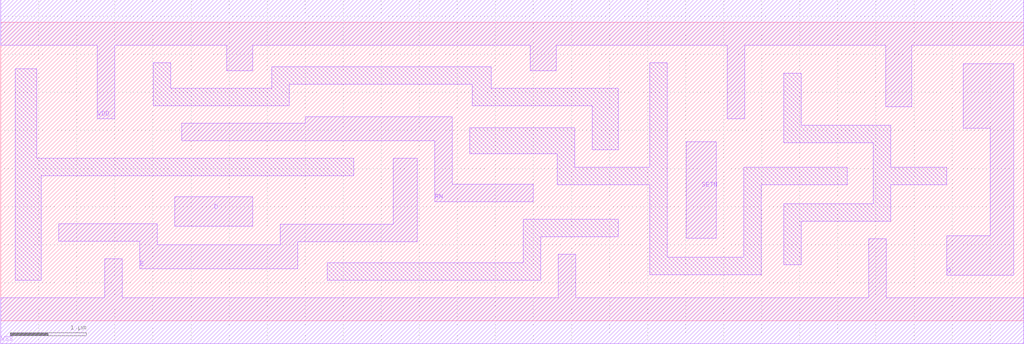
<source format=lef>
# Copyright 2022 GlobalFoundries PDK Authors
#
# Licensed under the Apache License, Version 2.0 (the "License");
# you may not use this file except in compliance with the License.
# You may obtain a copy of the License at
#
#      http://www.apache.org/licenses/LICENSE-2.0
#
# Unless required by applicable law or agreed to in writing, software
# distributed under the License is distributed on an "AS IS" BASIS,
# WITHOUT WARRANTIES OR CONDITIONS OF ANY KIND, either express or implied.
# See the License for the specific language governing permissions and
# limitations under the License.

MACRO gf180mcu_fd_sc_mcu7t5v0__latrsnq_1
  CLASS core ;
  FOREIGN gf180mcu_fd_sc_mcu7t5v0__latrsnq_1 0.0 0.0 ;
  ORIGIN 0 0 ;
  SYMMETRY X Y ;
  SITE GF018hv5v_mcu_sc7 ;
  SIZE 13.44 BY 3.92 ;
  PIN D
    DIRECTION INPUT ;
    ANTENNAGATEAREA 0.552 ;
    PORT
      LAYER Metal1 ;
        POLYGON 2.285 1.24 3.31 1.24 3.31 1.63 2.285 1.63  ;
    END
  END D
  PIN E
    DIRECTION INPUT ;
    USE clock ;
    ANTENNAGATEAREA 1.2935 ;
    PORT
      LAYER Metal1 ;
        POLYGON 0.76 1.045 1.825 1.045 1.825 0.68 3.905 0.68 3.905 1.035 5.475 1.035 5.475 2.135 5.16 2.135 5.16 1.265 3.675 1.265 3.675 1 2.055 1 2.055 1.275 0.76 1.275  ;
    END
  END E
  PIN RN
    DIRECTION INPUT ;
    ANTENNAGATEAREA 0.789 ;
    PORT
      LAYER Metal1 ;
        POLYGON 2.38 2.365 4.64 2.365 5.705 2.365 5.705 1.565 7 1.565 7 1.795 5.935 1.795 5.935 2.68 4.64 2.68 4 2.68 4 2.595 2.38 2.595  ;
    END
  END RN
  PIN SETN
    DIRECTION INPUT ;
    ANTENNAGATEAREA 0.7415 ;
    PORT
      LAYER Metal1 ;
        POLYGON 9.01 1.085 9.4 1.085 9.4 2.355 9.01 2.355  ;
    END
  END SETN
  PIN Q
    DIRECTION OUTPUT ;
    ANTENNADIFFAREA 0.8976 ;
    PORT
      LAYER Metal1 ;
        POLYGON 12.65 2.53 13 2.53 13 1.12 12.43 1.12 12.43 0.6 13.31 0.6 13.31 3.38 12.65 3.38  ;
    END
  END Q
  PIN VDD
    DIRECTION INOUT ;
    USE power ;
    SHAPE ABUTMENT ;
    PORT
      LAYER Metal1 ;
        POLYGON 0 3.62 1.265 3.62 1.265 2.655 1.495 2.655 1.495 3.62 2.97 3.62 2.97 3.285 3.31 3.285 3.31 3.62 6.96 3.62 6.96 3.285 7.3 3.285 7.3 3.62 8.115 3.62 9.545 3.62 9.545 2.655 9.775 2.655 9.775 3.62 11.63 3.62 11.63 2.815 11.97 2.815 11.97 3.62 12.43 3.62 13.44 3.62 13.44 4.22 12.43 4.22 8.115 4.22 0 4.22  ;
    END
  END VDD
  PIN VSS
    DIRECTION INOUT ;
    USE ground ;
    SHAPE ABUTMENT ;
    PORT
      LAYER Metal1 ;
        POLYGON 0 -0.3 13.44 -0.3 13.44 0.3 11.635 0.3 11.635 1.075 11.405 1.075 11.405 0.3 7.555 0.3 7.555 0.875 7.325 0.875 7.325 0.3 1.595 0.3 1.595 0.815 1.365 0.815 1.365 0.3 0 0.3  ;
    END
  END VSS
  OBS
      LAYER Metal1 ;
        POLYGON 0.19 0.53 0.53 0.53 0.53 1.905 4.64 1.905 4.64 2.135 0.475 2.135 0.475 3.31 0.19 3.31  ;
        POLYGON 4.29 0.53 7.095 0.53 7.095 1.105 8.115 1.105 8.115 1.335 6.865 1.335 6.865 0.76 4.29 0.76  ;
        POLYGON 2.005 2.825 3.79 2.825 3.79 3.105 6.195 3.105 6.195 2.825 7.775 2.825 7.775 2.25 8.115 2.25 8.115 3.055 6.445 3.055 6.445 3.335 3.56 3.335 3.56 3.055 2.235 3.055 2.235 3.39 2.005 3.39  ;
        POLYGON 6.165 2.195 7.315 2.195 7.315 1.79 8.525 1.79 8.525 0.605 9.99 0.605 9.99 1.79 11.125 1.79 11.125 2.02 9.76 2.02 9.76 0.835 8.755 0.835 8.755 3.39 8.525 3.39 8.525 2.02 7.545 2.02 7.545 2.535 6.165 2.535  ;
        POLYGON 10.285 2.34 11.465 2.34 11.465 1.535 10.285 1.535 10.285 0.735 10.515 0.735 10.515 1.305 11.695 1.305 11.695 1.79 12.43 1.79 12.43 2.02 11.695 2.02 11.695 2.57 10.515 2.57 10.515 3.25 10.285 3.25  ;
  END
END gf180mcu_fd_sc_mcu7t5v0__latrsnq_1

</source>
